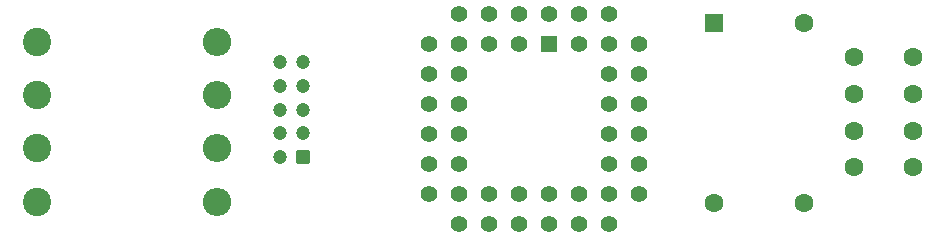
<source format=gbr>
%TF.GenerationSoftware,KiCad,Pcbnew,(6.0.7)*%
%TF.CreationDate,2023-04-25T18:25:47-06:00*%
%TF.ProjectId,altera_programmer,616c7465-7261-45f7-9072-6f6772616d6d,rev?*%
%TF.SameCoordinates,Original*%
%TF.FileFunction,Soldermask,Bot*%
%TF.FilePolarity,Negative*%
%FSLAX46Y46*%
G04 Gerber Fmt 4.6, Leading zero omitted, Abs format (unit mm)*
G04 Created by KiCad (PCBNEW (6.0.7)) date 2023-04-25 18:25:47*
%MOMM*%
%LPD*%
G01*
G04 APERTURE LIST*
G04 Aperture macros list*
%AMRoundRect*
0 Rectangle with rounded corners*
0 $1 Rounding radius*
0 $2 $3 $4 $5 $6 $7 $8 $9 X,Y pos of 4 corners*
0 Add a 4 corners polygon primitive as box body*
4,1,4,$2,$3,$4,$5,$6,$7,$8,$9,$2,$3,0*
0 Add four circle primitives for the rounded corners*
1,1,$1+$1,$2,$3*
1,1,$1+$1,$4,$5*
1,1,$1+$1,$6,$7*
1,1,$1+$1,$8,$9*
0 Add four rect primitives between the rounded corners*
20,1,$1+$1,$2,$3,$4,$5,0*
20,1,$1+$1,$4,$5,$6,$7,0*
20,1,$1+$1,$6,$7,$8,$9,0*
20,1,$1+$1,$8,$9,$2,$3,0*%
G04 Aperture macros list end*
%ADD10C,2.400000*%
%ADD11O,2.400000X2.400000*%
%ADD12C,1.600000*%
%ADD13RoundRect,0.250000X0.350000X0.350000X-0.350000X0.350000X-0.350000X-0.350000X0.350000X-0.350000X0*%
%ADD14C,1.200000*%
%ADD15R,1.600000X1.600000*%
%ADD16R,1.422400X1.422400*%
%ADD17C,1.422400*%
G04 APERTURE END LIST*
D10*
%TO.C,R4*%
X107880000Y-79000000D03*
D11*
X123120000Y-79000000D03*
%TD*%
D12*
%TO.C,C4*%
X182088618Y-80250000D03*
X177088618Y-80250000D03*
%TD*%
%TO.C,C1*%
X182079113Y-89595891D03*
X177079113Y-89595891D03*
%TD*%
D10*
%TO.C,R3*%
X107880000Y-83500000D03*
D11*
X123120000Y-83500000D03*
%TD*%
D12*
%TO.C,C2*%
X182088618Y-86500000D03*
X177088618Y-86500000D03*
%TD*%
D13*
%TO.C,J1*%
X130461545Y-88722877D03*
D14*
X130461545Y-86722877D03*
X130461545Y-84722877D03*
X130461545Y-82722877D03*
X130461545Y-80722877D03*
X128461545Y-80722877D03*
X128461545Y-82722877D03*
X128461545Y-84722877D03*
X128461545Y-86722877D03*
X128461545Y-88722877D03*
%TD*%
D10*
%TO.C,R2*%
X107880000Y-88000000D03*
D11*
X123120000Y-88000000D03*
%TD*%
D12*
%TO.C,C3*%
X182092638Y-83388143D03*
X177092638Y-83388143D03*
%TD*%
D15*
%TO.C,Y1*%
X165190000Y-77380000D03*
D12*
X165190000Y-92620000D03*
X172810000Y-77380000D03*
X172810000Y-92620000D03*
%TD*%
D16*
%TO.C,U1*%
X151270000Y-79150000D03*
D17*
X148730000Y-76610000D03*
X148730000Y-79150000D03*
X146190000Y-76610000D03*
X146190000Y-79150000D03*
X143650000Y-76610000D03*
X141110000Y-79150000D03*
X143650000Y-79150000D03*
X141110000Y-81690000D03*
X143650000Y-81690000D03*
X141110000Y-84230000D03*
X143650000Y-84230000D03*
X141110000Y-86770000D03*
X143650000Y-86770000D03*
X141110000Y-89310000D03*
X143650000Y-89310000D03*
X141110000Y-91850000D03*
X143650000Y-94390000D03*
X143650000Y-91850000D03*
X146190000Y-94390000D03*
X146190000Y-91850000D03*
X148730000Y-94390000D03*
X148730000Y-91850000D03*
X151270000Y-94390000D03*
X151270000Y-91850000D03*
X153810000Y-94390000D03*
X153810000Y-91850000D03*
X156350000Y-94390000D03*
X158890000Y-91850000D03*
X156350000Y-91850000D03*
X158890000Y-89310000D03*
X156350000Y-89310000D03*
X158890000Y-86770000D03*
X156350000Y-86770000D03*
X158890000Y-84230000D03*
X156350000Y-84230000D03*
X158890000Y-81690000D03*
X156350000Y-81690000D03*
X158890000Y-79150000D03*
X156350000Y-76610000D03*
X156350000Y-79150000D03*
X153810000Y-76610000D03*
X153810000Y-79150000D03*
X151270000Y-76610000D03*
%TD*%
D10*
%TO.C,R1*%
X107880000Y-92500000D03*
D11*
X123120000Y-92500000D03*
%TD*%
M02*

</source>
